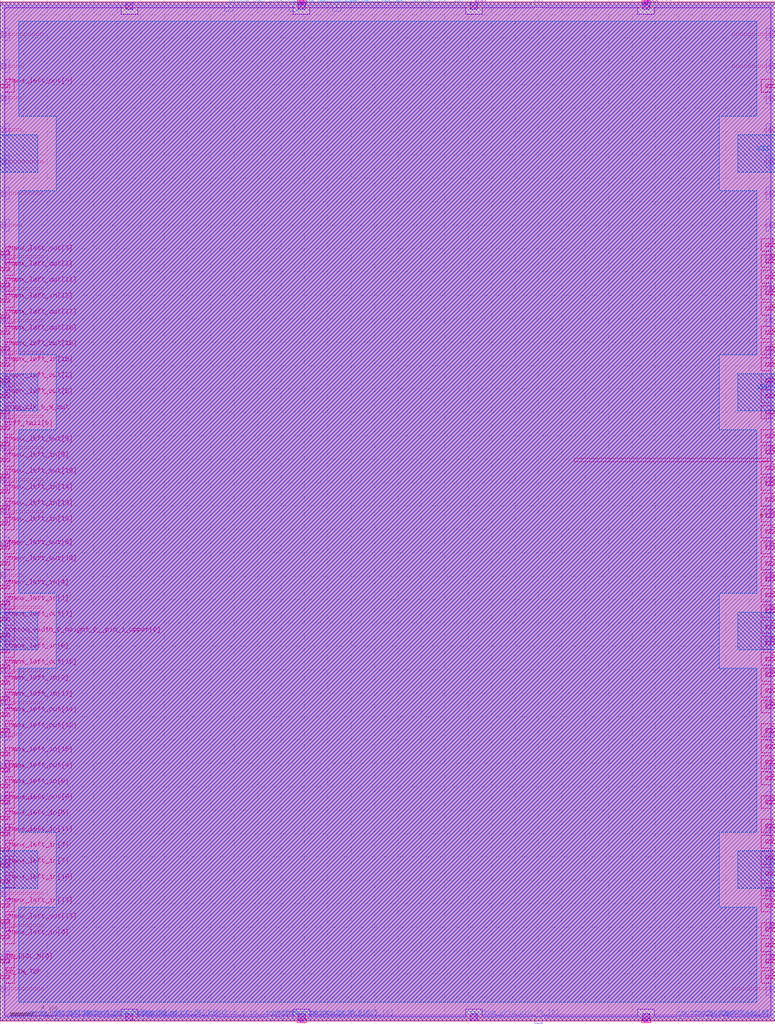
<source format=lef>
VERSION 5.7 ;
BUSBITCHARS "[]" ;

UNITS
  DATABASE MICRONS 1000 ;
END UNITS

MANUFACTURINGGRID 0.005 ;

LAYER li1
  TYPE ROUTING ;
  DIRECTION VERTICAL ;
  PITCH 0.46 ;
  WIDTH 0.17 ;
END li1

LAYER mcon
  TYPE CUT ;
END mcon

LAYER met1
  TYPE ROUTING ;
  DIRECTION HORIZONTAL ;
  PITCH 0.34 ;
  WIDTH 0.14 ;
END met1

LAYER via
  TYPE CUT ;
END via

LAYER met2
  TYPE ROUTING ;
  DIRECTION VERTICAL ;
  PITCH 0.46 ;
  WIDTH 0.14 ;
END met2

LAYER via2
  TYPE CUT ;
END via2

LAYER met3
  TYPE ROUTING ;
  DIRECTION HORIZONTAL ;
  PITCH 0.68 ;
  WIDTH 0.3 ;
END met3

LAYER via3
  TYPE CUT ;
END via3

LAYER met4
  TYPE ROUTING ;
  DIRECTION VERTICAL ;
  PITCH 0.92 ;
  WIDTH 0.3 ;
END met4

LAYER via4
  TYPE CUT ;
END via4

LAYER met5
  TYPE ROUTING ;
  DIRECTION HORIZONTAL ;
  PITCH 3.4 ;
  WIDTH 1.6 ;
END met5

LAYER nwell
  TYPE MASTERSLICE ;
END nwell

LAYER pwell
  TYPE MASTERSLICE ;
END pwell

LAYER OVERLAP
  TYPE OVERLAP ;
END OVERLAP

VIA L1M1_PR
  LAYER li1 ;
    RECT -0.085 -0.085 0.085 0.085 ;
  LAYER mcon ;
    RECT -0.085 -0.085 0.085 0.085 ;
  LAYER met1 ;
    RECT -0.145 -0.115 0.145 0.115 ;
END L1M1_PR

VIA L1M1_PR_R
  LAYER li1 ;
    RECT -0.085 -0.085 0.085 0.085 ;
  LAYER mcon ;
    RECT -0.085 -0.085 0.085 0.085 ;
  LAYER met1 ;
    RECT -0.115 -0.145 0.115 0.145 ;
END L1M1_PR_R

VIA L1M1_PR_M
  LAYER li1 ;
    RECT -0.085 -0.085 0.085 0.085 ;
  LAYER mcon ;
    RECT -0.085 -0.085 0.085 0.085 ;
  LAYER met1 ;
    RECT -0.115 -0.145 0.115 0.145 ;
END L1M1_PR_M

VIA L1M1_PR_MR
  LAYER li1 ;
    RECT -0.085 -0.085 0.085 0.085 ;
  LAYER mcon ;
    RECT -0.085 -0.085 0.085 0.085 ;
  LAYER met1 ;
    RECT -0.145 -0.115 0.145 0.115 ;
END L1M1_PR_MR

VIA L1M1_PR_C
  LAYER li1 ;
    RECT -0.085 -0.085 0.085 0.085 ;
  LAYER mcon ;
    RECT -0.085 -0.085 0.085 0.085 ;
  LAYER met1 ;
    RECT -0.145 -0.145 0.145 0.145 ;
END L1M1_PR_C

VIA M1M2_PR
  LAYER met1 ;
    RECT -0.16 -0.13 0.16 0.13 ;
  LAYER via ;
    RECT -0.075 -0.075 0.075 0.075 ;
  LAYER met2 ;
    RECT -0.13 -0.16 0.13 0.16 ;
END M1M2_PR

VIA M1M2_PR_Enc
  LAYER met1 ;
    RECT -0.16 -0.13 0.16 0.13 ;
  LAYER via ;
    RECT -0.075 -0.075 0.075 0.075 ;
  LAYER met2 ;
    RECT -0.16 -0.13 0.16 0.13 ;
END M1M2_PR_Enc

VIA M1M2_PR_R
  LAYER met1 ;
    RECT -0.13 -0.16 0.13 0.16 ;
  LAYER via ;
    RECT -0.075 -0.075 0.075 0.075 ;
  LAYER met2 ;
    RECT -0.16 -0.13 0.16 0.13 ;
END M1M2_PR_R

VIA M1M2_PR_R_Enc
  LAYER met1 ;
    RECT -0.13 -0.16 0.13 0.16 ;
  LAYER via ;
    RECT -0.075 -0.075 0.075 0.075 ;
  LAYER met2 ;
    RECT -0.13 -0.16 0.13 0.16 ;
END M1M2_PR_R_Enc

VIA M1M2_PR_M
  LAYER met1 ;
    RECT -0.16 -0.13 0.16 0.13 ;
  LAYER via ;
    RECT -0.075 -0.075 0.075 0.075 ;
  LAYER met2 ;
    RECT -0.16 -0.13 0.16 0.13 ;
END M1M2_PR_M

VIA M1M2_PR_M_Enc
  LAYER met1 ;
    RECT -0.16 -0.13 0.16 0.13 ;
  LAYER via ;
    RECT -0.075 -0.075 0.075 0.075 ;
  LAYER met2 ;
    RECT -0.13 -0.16 0.13 0.16 ;
END M1M2_PR_M_Enc

VIA M1M2_PR_MR
  LAYER met1 ;
    RECT -0.13 -0.16 0.13 0.16 ;
  LAYER via ;
    RECT -0.075 -0.075 0.075 0.075 ;
  LAYER met2 ;
    RECT -0.13 -0.16 0.13 0.16 ;
END M1M2_PR_MR

VIA M1M2_PR_MR_Enc
  LAYER met1 ;
    RECT -0.13 -0.16 0.13 0.16 ;
  LAYER via ;
    RECT -0.075 -0.075 0.075 0.075 ;
  LAYER met2 ;
    RECT -0.16 -0.13 0.16 0.13 ;
END M1M2_PR_MR_Enc

VIA M1M2_PR_C
  LAYER met1 ;
    RECT -0.16 -0.16 0.16 0.16 ;
  LAYER via ;
    RECT -0.075 -0.075 0.075 0.075 ;
  LAYER met2 ;
    RECT -0.16 -0.16 0.16 0.16 ;
END M1M2_PR_C

VIA M2M3_PR
  LAYER met2 ;
    RECT -0.14 -0.185 0.14 0.185 ;
  LAYER via2 ;
    RECT -0.1 -0.1 0.1 0.1 ;
  LAYER met3 ;
    RECT -0.165 -0.165 0.165 0.165 ;
END M2M3_PR

VIA M2M3_PR_R
  LAYER met2 ;
    RECT -0.185 -0.14 0.185 0.14 ;
  LAYER via2 ;
    RECT -0.1 -0.1 0.1 0.1 ;
  LAYER met3 ;
    RECT -0.165 -0.165 0.165 0.165 ;
END M2M3_PR_R

VIA M2M3_PR_M
  LAYER met2 ;
    RECT -0.14 -0.185 0.14 0.185 ;
  LAYER via2 ;
    RECT -0.1 -0.1 0.1 0.1 ;
  LAYER met3 ;
    RECT -0.165 -0.165 0.165 0.165 ;
END M2M3_PR_M

VIA M2M3_PR_MR
  LAYER met2 ;
    RECT -0.185 -0.14 0.185 0.14 ;
  LAYER via2 ;
    RECT -0.1 -0.1 0.1 0.1 ;
  LAYER met3 ;
    RECT -0.165 -0.165 0.165 0.165 ;
END M2M3_PR_MR

VIA M2M3_PR_C
  LAYER met2 ;
    RECT -0.185 -0.185 0.185 0.185 ;
  LAYER via2 ;
    RECT -0.1 -0.1 0.1 0.1 ;
  LAYER met3 ;
    RECT -0.165 -0.165 0.165 0.165 ;
END M2M3_PR_C

VIA M3M4_PR
  LAYER met3 ;
    RECT -0.19 -0.16 0.19 0.16 ;
  LAYER via3 ;
    RECT -0.1 -0.1 0.1 0.1 ;
  LAYER met4 ;
    RECT -0.165 -0.165 0.165 0.165 ;
END M3M4_PR

VIA M3M4_PR_R
  LAYER met3 ;
    RECT -0.16 -0.19 0.16 0.19 ;
  LAYER via3 ;
    RECT -0.1 -0.1 0.1 0.1 ;
  LAYER met4 ;
    RECT -0.165 -0.165 0.165 0.165 ;
END M3M4_PR_R

VIA M3M4_PR_M
  LAYER met3 ;
    RECT -0.19 -0.16 0.19 0.16 ;
  LAYER via3 ;
    RECT -0.1 -0.1 0.1 0.1 ;
  LAYER met4 ;
    RECT -0.165 -0.165 0.165 0.165 ;
END M3M4_PR_M

VIA M3M4_PR_MR
  LAYER met3 ;
    RECT -0.16 -0.19 0.16 0.19 ;
  LAYER via3 ;
    RECT -0.1 -0.1 0.1 0.1 ;
  LAYER met4 ;
    RECT -0.165 -0.165 0.165 0.165 ;
END M3M4_PR_MR

VIA M3M4_PR_C
  LAYER met3 ;
    RECT -0.19 -0.19 0.19 0.19 ;
  LAYER via3 ;
    RECT -0.1 -0.1 0.1 0.1 ;
  LAYER met4 ;
    RECT -0.165 -0.165 0.165 0.165 ;
END M3M4_PR_C

VIA M4M5_PR
  LAYER met4 ;
    RECT -0.59 -0.59 0.59 0.59 ;
  LAYER via4 ;
    RECT -0.4 -0.4 0.4 0.4 ;
  LAYER met5 ;
    RECT -0.71 -0.71 0.71 0.71 ;
END M4M5_PR

VIA M4M5_PR_R
  LAYER met4 ;
    RECT -0.59 -0.59 0.59 0.59 ;
  LAYER via4 ;
    RECT -0.4 -0.4 0.4 0.4 ;
  LAYER met5 ;
    RECT -0.71 -0.71 0.71 0.71 ;
END M4M5_PR_R

VIA M4M5_PR_M
  LAYER met4 ;
    RECT -0.59 -0.59 0.59 0.59 ;
  LAYER via4 ;
    RECT -0.4 -0.4 0.4 0.4 ;
  LAYER met5 ;
    RECT -0.71 -0.71 0.71 0.71 ;
END M4M5_PR_M

VIA M4M5_PR_MR
  LAYER met4 ;
    RECT -0.59 -0.59 0.59 0.59 ;
  LAYER via4 ;
    RECT -0.4 -0.4 0.4 0.4 ;
  LAYER met5 ;
    RECT -0.71 -0.71 0.71 0.71 ;
END M4M5_PR_MR

VIA M4M5_PR_C
  LAYER met4 ;
    RECT -0.59 -0.59 0.59 0.59 ;
  LAYER via4 ;
    RECT -0.4 -0.4 0.4 0.4 ;
  LAYER met5 ;
    RECT -0.71 -0.71 0.71 0.71 ;
END M4M5_PR_C

SITE unit
  CLASS CORE ;
  SYMMETRY Y ;
  SIZE 0.46 BY 2.72 ;
END unit

SITE unithddbl
  CLASS CORE ;
  SIZE 0.46 BY 5.44 ;
END unithddbl

MACRO cbx_1__2_
  CLASS BLOCK ;
  ORIGIN 0 0 ;
  SIZE 66.24 BY 87.04 ;
  SYMMETRY X Y ;
  PIN chanx_left_in[0]
    DIRECTION INPUT ;
    USE SIGNAL ;
    PORT
      LAYER met3 ;
        RECT 0 6.99 0.8 7.29 ;
    END
  END chanx_left_in[0]
  PIN chanx_left_in[1]
    DIRECTION INPUT ;
    USE SIGNAL ;
    PORT
      LAYER met3 ;
        RECT 0 35.55 0.8 35.85 ;
    END
  END chanx_left_in[1]
  PIN chanx_left_in[2]
    DIRECTION INPUT ;
    USE SIGNAL ;
    PORT
      LAYER met3 ;
        RECT 0 28.75 0.8 29.05 ;
    END
  END chanx_left_in[2]
  PIN chanx_left_in[3]
    DIRECTION INPUT ;
    USE SIGNAL ;
    PORT
      LAYER met3 ;
        RECT 0 14.47 0.8 14.77 ;
    END
  END chanx_left_in[3]
  PIN chanx_left_in[4]
    DIRECTION INPUT ;
    USE SIGNAL ;
    PORT
      LAYER met3 ;
        RECT 0 36.91 0.8 37.21 ;
    END
  END chanx_left_in[4]
  PIN chanx_left_in[5]
    DIRECTION INPUT ;
    USE SIGNAL ;
    PORT
      LAYER met3 ;
        RECT 0 17.19 0.8 17.49 ;
    END
  END chanx_left_in[5]
  PIN chanx_left_in[6]
    DIRECTION INPUT ;
    USE SIGNAL ;
    PORT
      LAYER met3 ;
        RECT 0 47.79 0.8 48.09 ;
    END
  END chanx_left_in[6]
  PIN chanx_left_in[7]
    DIRECTION INPUT ;
    USE SIGNAL ;
    PORT
      LAYER met3 ;
        RECT 0 13.11 0.8 13.41 ;
    END
  END chanx_left_in[7]
  PIN chanx_left_in[8]
    DIRECTION INPUT ;
    USE SIGNAL ;
    PORT
      LAYER met3 ;
        RECT 0 31.47 0.8 31.77 ;
    END
  END chanx_left_in[8]
  PIN chanx_left_in[9]
    DIRECTION INPUT ;
    USE SIGNAL ;
    PORT
      LAYER met3 ;
        RECT 0 19.91 0.8 20.21 ;
    END
  END chanx_left_in[9]
  PIN chanx_left_in[10]
    DIRECTION INPUT ;
    USE SIGNAL ;
    PORT
      LAYER met3 ;
        RECT 0 42.35 0.8 42.65 ;
    END
  END chanx_left_in[10]
  PIN chanx_left_in[11]
    DIRECTION INPUT ;
    USE SIGNAL ;
    PORT
      LAYER met3 ;
        RECT 0 15.83 0.8 16.13 ;
    END
  END chanx_left_in[11]
  PIN chanx_left_in[12]
    DIRECTION INPUT ;
    USE SIGNAL ;
    PORT
      LAYER met3 ;
        RECT 0 61.39 0.8 61.69 ;
    END
  END chanx_left_in[12]
  PIN chanx_left_in[13]
    DIRECTION INPUT ;
    USE SIGNAL ;
    PORT
      LAYER met3 ;
        RECT 0 9.71 0.8 10.01 ;
    END
  END chanx_left_in[13]
  PIN chanx_left_in[14]
    DIRECTION INPUT ;
    USE SIGNAL ;
    PORT
      LAYER met3 ;
        RECT 0 45.07 0.8 45.37 ;
    END
  END chanx_left_in[14]
  PIN chanx_left_in[15]
    DIRECTION INPUT ;
    USE SIGNAL ;
    PORT
      LAYER met3 ;
        RECT 0 22.63 0.8 22.93 ;
    END
  END chanx_left_in[15]
  PIN chanx_left_in[16]
    DIRECTION INPUT ;
    USE SIGNAL ;
    PORT
      LAYER met3 ;
        RECT 0 55.95 0.8 56.25 ;
    END
  END chanx_left_in[16]
  PIN chanx_left_in[17]
    DIRECTION INPUT ;
    USE SIGNAL ;
    PORT
      LAYER met3 ;
        RECT 0 27.39 0.8 27.69 ;
    END
  END chanx_left_in[17]
  PIN chanx_left_in[18]
    DIRECTION INPUT ;
    USE SIGNAL ;
    PORT
      LAYER met3 ;
        RECT 0 43.71 0.8 44.01 ;
    END
  END chanx_left_in[18]
  PIN chanx_left_in[19]
    DIRECTION INPUT ;
    USE SIGNAL ;
    PORT
      LAYER met3 ;
        RECT 0 11.75 0.8 12.05 ;
    END
  END chanx_left_in[19]
  PIN chanx_right_in[0]
    DIRECTION INPUT ;
    USE SIGNAL ;
    PORT
      LAYER met3 ;
        RECT 65.44 62.07 66.24 62.37 ;
    END
  END chanx_right_in[0]
  PIN chanx_right_in[1]
    DIRECTION INPUT ;
    USE SIGNAL ;
    PORT
      LAYER met3 ;
        RECT 65.44 60.71 66.24 61.01 ;
    END
  END chanx_right_in[1]
  PIN chanx_right_in[2]
    DIRECTION INPUT ;
    USE SIGNAL ;
    PORT
      LAYER met3 ;
        RECT 65.44 79.75 66.24 80.05 ;
    END
  END chanx_right_in[2]
  PIN chanx_right_in[3]
    DIRECTION INPUT ;
    USE SIGNAL ;
    PORT
      LAYER met3 ;
        RECT 65.44 58.67 66.24 58.97 ;
    END
  END chanx_right_in[3]
  PIN chanx_right_in[4]
    DIRECTION INPUT ;
    USE SIGNAL ;
    PORT
      LAYER met3 ;
        RECT 65.44 30.79 66.24 31.09 ;
    END
  END chanx_right_in[4]
  PIN chanx_right_in[5]
    DIRECTION INPUT ;
    USE SIGNAL ;
    PORT
      LAYER met3 ;
        RECT 65.44 18.55 66.24 18.85 ;
    END
  END chanx_right_in[5]
  PIN chanx_right_in[6]
    DIRECTION INPUT ;
    USE SIGNAL ;
    PORT
      LAYER met3 ;
        RECT 65.44 40.31 66.24 40.61 ;
    END
  END chanx_right_in[6]
  PIN chanx_right_in[7]
    DIRECTION INPUT ;
    USE SIGNAL ;
    PORT
      LAYER met3 ;
        RECT 65.44 15.15 66.24 15.45 ;
    END
  END chanx_right_in[7]
  PIN chanx_right_in[8]
    DIRECTION INPUT ;
    USE SIGNAL ;
    PORT
      LAYER met3 ;
        RECT 65.44 20.59 66.24 20.89 ;
    END
  END chanx_right_in[8]
  PIN chanx_right_in[9]
    DIRECTION INPUT ;
    USE SIGNAL ;
    PORT
      LAYER met3 ;
        RECT 65.44 23.31 66.24 23.61 ;
    END
  END chanx_right_in[9]
  PIN chanx_right_in[10]
    DIRECTION INPUT ;
    USE SIGNAL ;
    PORT
      LAYER met3 ;
        RECT 65.44 33.51 66.24 33.81 ;
    END
  END chanx_right_in[10]
  PIN chanx_right_in[11]
    DIRECTION INPUT ;
    USE SIGNAL ;
    PORT
      LAYER met3 ;
        RECT 65.44 11.07 66.24 11.37 ;
    END
  END chanx_right_in[11]
  PIN chanx_right_in[12]
    DIRECTION INPUT ;
    USE SIGNAL ;
    PORT
      LAYER met3 ;
        RECT 65.44 28.07 66.24 28.37 ;
    END
  END chanx_right_in[12]
  PIN chanx_right_in[13]
    DIRECTION INPUT ;
    USE SIGNAL ;
    PORT
      LAYER met3 ;
        RECT 65.44 4.95 66.24 5.25 ;
    END
  END chanx_right_in[13]
  PIN chanx_right_in[14]
    DIRECTION INPUT ;
    USE SIGNAL ;
    PORT
      LAYER met3 ;
        RECT 65.44 43.03 66.24 43.33 ;
    END
  END chanx_right_in[14]
  PIN chanx_right_in[15]
    DIRECTION INPUT ;
    USE SIGNAL ;
    PORT
      LAYER met3 ;
        RECT 65.44 13.79 66.24 14.09 ;
    END
  END chanx_right_in[15]
  PIN chanx_right_in[16]
    DIRECTION INPUT ;
    USE SIGNAL ;
    PORT
      LAYER met3 ;
        RECT 65.44 6.31 66.24 6.61 ;
    END
  END chanx_right_in[16]
  PIN chanx_right_in[17]
    DIRECTION INPUT ;
    USE SIGNAL ;
    PORT
      LAYER met3 ;
        RECT 65.44 7.67 66.24 7.97 ;
    END
  END chanx_right_in[17]
  PIN chanx_right_in[18]
    DIRECTION INPUT ;
    USE SIGNAL ;
    PORT
      LAYER met3 ;
        RECT 65.44 51.87 66.24 52.17 ;
    END
  END chanx_right_in[18]
  PIN chanx_right_in[19]
    DIRECTION INPUT ;
    USE SIGNAL ;
    PORT
      LAYER met3 ;
        RECT 65.44 24.67 66.24 24.97 ;
    END
  END chanx_right_in[19]
  PIN ccff_head[0]
    DIRECTION INPUT ;
    USE SIGNAL ;
    PORT
      LAYER met3 ;
        RECT 65.44 32.15 66.24 32.45 ;
    END
  END ccff_head[0]
  PIN chanx_left_out[0]
    DIRECTION OUTPUT ;
    USE SIGNAL ;
    PORT
      LAYER met3 ;
        RECT 0 79.75 0.8 80.05 ;
    END
  END chanx_left_out[0]
  PIN chanx_left_out[1]
    DIRECTION OUTPUT ;
    USE SIGNAL ;
    PORT
      LAYER met3 ;
        RECT 0 64.11 0.8 64.41 ;
    END
  END chanx_left_out[1]
  PIN chanx_left_out[2]
    DIRECTION OUTPUT ;
    USE SIGNAL ;
    PORT
      LAYER met3 ;
        RECT 0 54.59 0.8 54.89 ;
    END
  END chanx_left_out[2]
  PIN chanx_left_out[3]
    DIRECTION OUTPUT ;
    USE SIGNAL ;
    PORT
      LAYER met3 ;
        RECT 0 65.47 0.8 65.77 ;
    END
  END chanx_left_out[3]
  PIN chanx_left_out[4]
    DIRECTION OUTPUT ;
    USE SIGNAL ;
    PORT
      LAYER met3 ;
        RECT 0 21.27 0.8 21.57 ;
    END
  END chanx_left_out[4]
  PIN chanx_left_out[5]
    DIRECTION OUTPUT ;
    USE SIGNAL ;
    PORT
      LAYER met3 ;
        RECT 0 49.15 0.8 49.45 ;
    END
  END chanx_left_out[5]
  PIN chanx_left_out[6]
    DIRECTION OUTPUT ;
    USE SIGNAL ;
    PORT
      LAYER met3 ;
        RECT 0 40.31 0.8 40.61 ;
    END
  END chanx_left_out[6]
  PIN chanx_left_out[7]
    DIRECTION OUTPUT ;
    USE SIGNAL ;
    PORT
      LAYER met3 ;
        RECT 0 34.19 0.8 34.49 ;
    END
  END chanx_left_out[7]
  PIN chanx_left_out[8]
    DIRECTION OUTPUT ;
    USE SIGNAL ;
    PORT
      LAYER met3 ;
        RECT 0 53.23 0.8 53.53 ;
    END
  END chanx_left_out[8]
  PIN chanx_left_out[9]
    DIRECTION OUTPUT ;
    USE SIGNAL ;
    PORT
      LAYER met3 ;
        RECT 0 18.55 0.8 18.85 ;
    END
  END chanx_left_out[9]
  PIN chanx_left_out[10]
    DIRECTION OUTPUT ;
    USE SIGNAL ;
    PORT
      LAYER met3 ;
        RECT 0 58.67 0.8 58.97 ;
    END
  END chanx_left_out[10]
  PIN chanx_left_out[11]
    DIRECTION OUTPUT ;
    USE SIGNAL ;
    PORT
      LAYER met3 ;
        RECT 0 62.75 0.8 63.05 ;
    END
  END chanx_left_out[11]
  PIN chanx_left_out[12]
    DIRECTION OUTPUT ;
    USE SIGNAL ;
    PORT
      LAYER met3 ;
        RECT 0 24.67 0.8 24.97 ;
    END
  END chanx_left_out[12]
  PIN chanx_left_out[13]
    DIRECTION OUTPUT ;
    USE SIGNAL ;
    PORT
      LAYER met3 ;
        RECT 0 8.35 0.8 8.65 ;
    END
  END chanx_left_out[13]
  PIN chanx_left_out[14]
    DIRECTION OUTPUT ;
    USE SIGNAL ;
    PORT
      LAYER met3 ;
        RECT 0 26.03 0.8 26.33 ;
    END
  END chanx_left_out[14]
  PIN chanx_left_out[15]
    DIRECTION OUTPUT ;
    USE SIGNAL ;
    PORT
      LAYER met3 ;
        RECT 0 30.11 0.8 30.41 ;
    END
  END chanx_left_out[15]
  PIN chanx_left_out[16]
    DIRECTION OUTPUT ;
    USE SIGNAL ;
    PORT
      LAYER met3 ;
        RECT 0 46.43 0.8 46.73 ;
    END
  END chanx_left_out[16]
  PIN chanx_left_out[17]
    DIRECTION OUTPUT ;
    USE SIGNAL ;
    PORT
      LAYER met3 ;
        RECT 0 60.03 0.8 60.33 ;
    END
  END chanx_left_out[17]
  PIN chanx_left_out[18]
    DIRECTION OUTPUT ;
    USE SIGNAL ;
    PORT
      LAYER met3 ;
        RECT 0 38.95 0.8 39.25 ;
    END
  END chanx_left_out[18]
  PIN chanx_left_out[19]
    DIRECTION OUTPUT ;
    USE SIGNAL ;
    PORT
      LAYER met3 ;
        RECT 0 57.31 0.8 57.61 ;
    END
  END chanx_left_out[19]
  PIN chanx_right_out[0]
    DIRECTION OUTPUT ;
    USE SIGNAL ;
    PORT
      LAYER met3 ;
        RECT 65.44 55.95 66.24 56.25 ;
    END
  END chanx_right_out[0]
  PIN chanx_right_out[1]
    DIRECTION OUTPUT ;
    USE SIGNAL ;
    PORT
      LAYER met3 ;
        RECT 65.44 41.67 66.24 41.97 ;
    END
  END chanx_right_out[1]
  PIN chanx_right_out[2]
    DIRECTION OUTPUT ;
    USE SIGNAL ;
    PORT
      LAYER met3 ;
        RECT 65.44 49.83 66.24 50.13 ;
    END
  END chanx_right_out[2]
  PIN chanx_right_out[3]
    DIRECTION OUTPUT ;
    USE SIGNAL ;
    PORT
      LAYER met3 ;
        RECT 65.44 34.87 66.24 35.17 ;
    END
  END chanx_right_out[3]
  PIN chanx_right_out[4]
    DIRECTION OUTPUT ;
    USE SIGNAL ;
    PORT
      LAYER met3 ;
        RECT 65.44 37.59 66.24 37.89 ;
    END
  END chanx_right_out[4]
  PIN chanx_right_out[5]
    DIRECTION OUTPUT ;
    USE SIGNAL ;
    PORT
      LAYER met3 ;
        RECT 65.44 45.75 66.24 46.05 ;
    END
  END chanx_right_out[5]
  PIN chanx_right_out[6]
    DIRECTION OUTPUT ;
    USE SIGNAL ;
    PORT
      LAYER met3 ;
        RECT 65.44 57.31 66.24 57.61 ;
    END
  END chanx_right_out[6]
  PIN chanx_right_out[7]
    DIRECTION OUTPUT ;
    USE SIGNAL ;
    PORT
      LAYER met3 ;
        RECT 65.44 54.59 66.24 54.89 ;
    END
  END chanx_right_out[7]
  PIN chanx_right_out[8]
    DIRECTION OUTPUT ;
    USE SIGNAL ;
    PORT
      LAYER met3 ;
        RECT 65.44 38.95 66.24 39.25 ;
    END
  END chanx_right_out[8]
  PIN chanx_right_out[9]
    DIRECTION OUTPUT ;
    USE SIGNAL ;
    PORT
      LAYER met3 ;
        RECT 65.44 48.47 66.24 48.77 ;
    END
  END chanx_right_out[9]
  PIN chanx_right_out[10]
    DIRECTION OUTPUT ;
    USE SIGNAL ;
    PORT
      LAYER met3 ;
        RECT 65.44 53.23 66.24 53.53 ;
    END
  END chanx_right_out[10]
  PIN chanx_right_out[11]
    DIRECTION OUTPUT ;
    USE SIGNAL ;
    PORT
      LAYER met3 ;
        RECT 65.44 36.23 66.24 36.53 ;
    END
  END chanx_right_out[11]
  PIN chanx_right_out[12]
    DIRECTION OUTPUT ;
    USE SIGNAL ;
    PORT
      LAYER met3 ;
        RECT 65.44 44.39 66.24 44.69 ;
    END
  END chanx_right_out[12]
  PIN chanx_right_out[13]
    DIRECTION OUTPUT ;
    USE SIGNAL ;
    PORT
      LAYER met3 ;
        RECT 65.44 12.43 66.24 12.73 ;
    END
  END chanx_right_out[13]
  PIN chanx_right_out[14]
    DIRECTION OUTPUT ;
    USE SIGNAL ;
    PORT
      LAYER met3 ;
        RECT 65.44 47.11 66.24 47.41 ;
    END
  END chanx_right_out[14]
  PIN chanx_right_out[15]
    DIRECTION OUTPUT ;
    USE SIGNAL ;
    PORT
      LAYER met3 ;
        RECT 65.44 29.43 66.24 29.73 ;
    END
  END chanx_right_out[15]
  PIN chanx_right_out[16]
    DIRECTION OUTPUT ;
    USE SIGNAL ;
    PORT
      LAYER met3 ;
        RECT 65.44 26.71 66.24 27.01 ;
    END
  END chanx_right_out[16]
  PIN chanx_right_out[17]
    DIRECTION OUTPUT ;
    USE SIGNAL ;
    PORT
      LAYER met3 ;
        RECT 65.44 16.51 66.24 16.81 ;
    END
  END chanx_right_out[17]
  PIN chanx_right_out[18]
    DIRECTION OUTPUT ;
    USE SIGNAL ;
    PORT
      LAYER met3 ;
        RECT 65.44 63.43 66.24 63.73 ;
    END
  END chanx_right_out[18]
  PIN chanx_right_out[19]
    DIRECTION OUTPUT ;
    USE SIGNAL ;
    PORT
      LAYER met3 ;
        RECT 65.44 21.95 66.24 22.25 ;
    END
  END chanx_right_out[19]
  PIN top_grid_pin_0_[0]
    DIRECTION OUTPUT ;
    USE SIGNAL ;
    PORT
      LAYER met3 ;
        RECT 65.44 66.15 66.24 66.45 ;
    END
  END top_grid_pin_0_[0]
  PIN bottom_grid_pin_0_[0]
    DIRECTION OUTPUT ;
    USE SIGNAL ;
    PORT
      LAYER met2 ;
        RECT 18.1 0 18.24 0.485 ;
    END
  END bottom_grid_pin_0_[0]
  PIN bottom_grid_pin_1_[0]
    DIRECTION OUTPUT ;
    USE SIGNAL ;
    PORT
      LAYER met2 ;
        RECT 12.12 0 12.26 0.485 ;
    END
  END bottom_grid_pin_1_[0]
  PIN bottom_grid_pin_2_[0]
    DIRECTION OUTPUT ;
    USE SIGNAL ;
    PORT
      LAYER met2 ;
        RECT 11.2 0 11.34 0.485 ;
    END
  END bottom_grid_pin_2_[0]
  PIN bottom_grid_pin_3_[0]
    DIRECTION OUTPUT ;
    USE SIGNAL ;
    PORT
      LAYER met2 ;
        RECT 5.68 0 5.82 0.485 ;
    END
  END bottom_grid_pin_3_[0]
  PIN bottom_grid_pin_4_[0]
    DIRECTION OUTPUT ;
    USE SIGNAL ;
    PORT
      LAYER met2 ;
        RECT 7.06 0 7.2 0.485 ;
    END
  END bottom_grid_pin_4_[0]
  PIN bottom_grid_pin_5_[0]
    DIRECTION OUTPUT ;
    USE SIGNAL ;
    PORT
      LAYER met2 ;
        RECT 7.98 0 8.12 0.485 ;
    END
  END bottom_grid_pin_5_[0]
  PIN bottom_grid_pin_6_[0]
    DIRECTION OUTPUT ;
    USE SIGNAL ;
    PORT
      LAYER met2 ;
        RECT 3.38 0 3.52 0.485 ;
    END
  END bottom_grid_pin_6_[0]
  PIN bottom_grid_pin_7_[0]
    DIRECTION OUTPUT ;
    USE SIGNAL ;
    PORT
      LAYER met2 ;
        RECT 10.28 0 10.42 0.485 ;
    END
  END bottom_grid_pin_7_[0]
  PIN bottom_grid_pin_8_[0]
    DIRECTION OUTPUT ;
    USE SIGNAL ;
    PORT
      LAYER met2 ;
        RECT 25 0 25.14 0.485 ;
    END
  END bottom_grid_pin_8_[0]
  PIN bottom_grid_pin_9_[0]
    DIRECTION OUTPUT ;
    USE SIGNAL ;
    PORT
      LAYER met2 ;
        RECT 26.38 0 26.52 0.485 ;
    END
  END bottom_grid_pin_9_[0]
  PIN bottom_grid_pin_10_[0]
    DIRECTION OUTPUT ;
    USE SIGNAL ;
    PORT
      LAYER met2 ;
        RECT 24.08 0 24.22 0.485 ;
    END
  END bottom_grid_pin_10_[0]
  PIN bottom_grid_pin_11_[0]
    DIRECTION OUTPUT ;
    USE SIGNAL ;
    PORT
      LAYER met2 ;
        RECT 23.16 0 23.3 0.485 ;
    END
  END bottom_grid_pin_11_[0]
  PIN bottom_grid_pin_12_[0]
    DIRECTION OUTPUT ;
    USE SIGNAL ;
    PORT
      LAYER met2 ;
        RECT 59.5 0 59.64 0.485 ;
    END
  END bottom_grid_pin_12_[0]
  PIN bottom_grid_pin_13_[0]
    DIRECTION OUTPUT ;
    USE SIGNAL ;
    PORT
      LAYER met2 ;
        RECT 61.8 0 61.94 0.485 ;
    END
  END bottom_grid_pin_13_[0]
  PIN bottom_grid_pin_14_[0]
    DIRECTION OUTPUT ;
    USE SIGNAL ;
    PORT
      LAYER met2 ;
        RECT 58.12 0 58.26 0.485 ;
    END
  END bottom_grid_pin_14_[0]
  PIN bottom_grid_pin_15_[0]
    DIRECTION OUTPUT ;
    USE SIGNAL ;
    PORT
      LAYER met2 ;
        RECT 40.18 0 40.32 0.485 ;
    END
  END bottom_grid_pin_15_[0]
  PIN ccff_tail[0]
    DIRECTION OUTPUT ;
    USE SIGNAL ;
    PORT
      LAYER met3 ;
        RECT 0 50.51 0.8 50.81 ;
    END
  END ccff_tail[0]
  PIN IO_ISOL_N[0]
    DIRECTION INPUT ;
    USE SIGNAL ;
    PORT
      LAYER met3 ;
        RECT 0 4.95 0.8 5.25 ;
    END
  END IO_ISOL_N[0]
  PIN gfpga_pad_EMBEDDED_IO_HD_SOC_IN[0]
    DIRECTION INPUT ;
    USE SIGNAL ;
    PORT
      LAYER met2 ;
        RECT 28.68 86.555 28.82 87.04 ;
    END
  END gfpga_pad_EMBEDDED_IO_HD_SOC_IN[0]
  PIN gfpga_pad_EMBEDDED_IO_HD_SOC_OUT[0]
    DIRECTION OUTPUT ;
    USE SIGNAL ;
    PORT
      LAYER met2 ;
        RECT 25 86.555 25.14 87.04 ;
    END
  END gfpga_pad_EMBEDDED_IO_HD_SOC_OUT[0]
  PIN gfpga_pad_EMBEDDED_IO_HD_SOC_DIR[0]
    DIRECTION OUTPUT ;
    USE SIGNAL ;
    PORT
      LAYER met2 ;
        RECT 19.48 86.555 19.62 87.04 ;
    END
  END gfpga_pad_EMBEDDED_IO_HD_SOC_DIR[0]
  PIN bottom_width_0_height_0__pin_0_[0]
    DIRECTION INPUT ;
    USE SIGNAL ;
    PORT
      LAYER met3 ;
        RECT 65.44 64.79 66.24 65.09 ;
    END
  END bottom_width_0_height_0__pin_0_[0]
  PIN bottom_width_0_height_0__pin_1_upper[0]
    DIRECTION OUTPUT ;
    USE SIGNAL ;
    PORT
      LAYER met3 ;
        RECT 0 32.83 0.8 33.13 ;
    END
  END bottom_width_0_height_0__pin_1_upper[0]
  PIN bottom_width_0_height_0__pin_1_lower[0]
    DIRECTION OUTPUT ;
    USE SIGNAL ;
    PORT
      LAYER met3 ;
        RECT 65.44 9.71 66.24 10.01 ;
    END
  END bottom_width_0_height_0__pin_1_lower[0]
  PIN SC_IN_TOP
    DIRECTION INPUT ;
    USE SIGNAL ;
    PORT
      LAYER met3 ;
        RECT 0 3.59 0.8 3.89 ;
    END
  END SC_IN_TOP
  PIN SC_OUT_BOT
    DIRECTION OUTPUT ;
    USE SIGNAL ;
    PORT
      LAYER met2 ;
        RECT 4.76 0 4.9 0.485 ;
    END
  END SC_OUT_BOT
  PIN SC_IN_BOT
    DIRECTION INPUT ;
    USE SIGNAL ;
    PORT
      LAYER met2 ;
        RECT 60.42 0 60.56 0.485 ;
    END
  END SC_IN_BOT
  PIN SC_OUT_TOP
    DIRECTION OUTPUT ;
    USE SIGNAL ;
    PORT
      LAYER met3 ;
        RECT 65.44 3.59 66.24 3.89 ;
    END
  END SC_OUT_TOP
  PIN prog_clk_0_S_in
    DIRECTION INPUT ;
    USE CLOCK ;
    PORT
      LAYER met2 ;
        RECT 2.46 0 2.6 0.485 ;
    END
  END prog_clk_0_S_in
  PIN prog_clk_0_W_out
    DIRECTION OUTPUT ;
    USE CLOCK ;
    PORT
      LAYER met3 ;
        RECT 0 51.87 0.8 52.17 ;
    END
  END prog_clk_0_W_out
  PIN VDD
    DIRECTION INPUT ;
    USE POWER ;
    PORT
      LAYER met1 ;
        RECT 0 2.48 0.48 2.96 ;
        RECT 65.76 2.48 66.24 2.96 ;
        RECT 0 7.92 0.48 8.4 ;
        RECT 65.76 7.92 66.24 8.4 ;
        RECT 0 13.36 0.48 13.84 ;
        RECT 65.76 13.36 66.24 13.84 ;
        RECT 0 18.8 0.48 19.28 ;
        RECT 65.76 18.8 66.24 19.28 ;
        RECT 0 24.24 0.48 24.72 ;
        RECT 65.76 24.24 66.24 24.72 ;
        RECT 0 29.68 0.48 30.16 ;
        RECT 65.76 29.68 66.24 30.16 ;
        RECT 0 35.12 0.48 35.6 ;
        RECT 65.76 35.12 66.24 35.6 ;
        RECT 0 40.56 0.48 41.04 ;
        RECT 65.76 40.56 66.24 41.04 ;
        RECT 0 46 0.48 46.48 ;
        RECT 65.76 46 66.24 46.48 ;
        RECT 0 51.44 0.48 51.92 ;
        RECT 65.76 51.44 66.24 51.92 ;
        RECT 0 56.88 0.48 57.36 ;
        RECT 65.76 56.88 66.24 57.36 ;
        RECT 0 62.32 0.48 62.8 ;
        RECT 65.76 62.32 66.24 62.8 ;
        RECT 0 67.76 0.48 68.24 ;
        RECT 65.76 67.76 66.24 68.24 ;
        RECT 0 73.2 0.48 73.68 ;
        RECT 65.76 73.2 66.24 73.68 ;
        RECT 0 78.64 0.48 79.12 ;
        RECT 65.76 78.64 66.24 79.12 ;
        RECT 0 84.08 0.48 84.56 ;
        RECT 65.76 84.08 66.24 84.56 ;
      LAYER met5 ;
        RECT 0 11.32 3.2 14.52 ;
        RECT 63.04 11.32 66.24 14.52 ;
        RECT 0 52.12 3.2 55.32 ;
        RECT 63.04 52.12 66.24 55.32 ;
      LAYER met4 ;
        RECT 10.74 0 11.34 0.6 ;
        RECT 40.18 0 40.78 0.6 ;
        RECT 10.74 86.44 11.34 87.04 ;
        RECT 40.18 86.44 40.78 87.04 ;
    END
  END VDD
  PIN VSS
    DIRECTION INPUT ;
    USE GROUND ;
    PORT
      LAYER met1 ;
        RECT 0 0 45.4 0.24 ;
        RECT 46.6 0 66.24 0.24 ;
        RECT 0 5.2 0.48 5.68 ;
        RECT 65.76 5.2 66.24 5.68 ;
        RECT 0 10.64 0.48 11.12 ;
        RECT 65.76 10.64 66.24 11.12 ;
        RECT 0 16.08 0.48 16.56 ;
        RECT 65.76 16.08 66.24 16.56 ;
        RECT 0 21.52 0.48 22 ;
        RECT 65.76 21.52 66.24 22 ;
        RECT 0 26.96 0.48 27.44 ;
        RECT 65.76 26.96 66.24 27.44 ;
        RECT 0 32.4 0.48 32.88 ;
        RECT 65.76 32.4 66.24 32.88 ;
        RECT 0 37.84 0.48 38.32 ;
        RECT 65.76 37.84 66.24 38.32 ;
        RECT 0 43.28 0.48 43.76 ;
        RECT 65.76 43.28 66.24 43.76 ;
        RECT 0 48.72 0.48 49.2 ;
        RECT 65.76 48.72 66.24 49.2 ;
        RECT 0 54.16 0.48 54.64 ;
        RECT 65.76 54.16 66.24 54.64 ;
        RECT 0 59.6 0.48 60.08 ;
        RECT 65.76 59.6 66.24 60.08 ;
        RECT 0 65.04 0.48 65.52 ;
        RECT 65.76 65.04 66.24 65.52 ;
        RECT 0 70.48 0.48 70.96 ;
        RECT 65.76 70.48 66.24 70.96 ;
        RECT 0 75.92 0.48 76.4 ;
        RECT 65.76 75.92 66.24 76.4 ;
        RECT 0 81.36 0.48 81.84 ;
        RECT 65.76 81.36 66.24 81.84 ;
        RECT 0 86.8 45.4 87.04 ;
        RECT 46.6 86.8 66.24 87.04 ;
      LAYER met5 ;
        RECT 0 31.72 3.2 34.92 ;
        RECT 63.04 31.72 66.24 34.92 ;
        RECT 0 72.52 3.2 75.72 ;
        RECT 63.04 72.52 66.24 75.72 ;
      LAYER met4 ;
        RECT 25.46 0 26.06 0.6 ;
        RECT 54.9 0 55.5 0.6 ;
        RECT 25.46 86.44 26.06 87.04 ;
        RECT 54.9 86.44 55.5 87.04 ;
    END
  END VSS
  OBS
    LAYER met3 ;
      POLYGON 55.365 87.205 55.365 87.2 55.58 87.2 55.58 86.88 55.365 86.88 55.365 86.875 55.035 86.875 55.035 86.88 54.82 86.88 54.82 87.2 55.035 87.2 55.035 87.205 ;
      POLYGON 25.925 87.205 25.925 87.2 26.14 87.2 26.14 86.88 25.925 86.88 25.925 86.875 25.595 86.875 25.595 86.88 25.38 86.88 25.38 87.2 25.595 87.2 25.595 87.205 ;
      POLYGON 65.04 48.09 65.04 48.07 65.59 48.07 65.59 47.79 49.07 47.79 49.07 48.09 ;
      POLYGON 55.365 0.165 55.365 0.16 55.58 0.16 55.58 -0.16 55.365 -0.16 55.365 -0.165 55.035 -0.165 55.035 -0.16 54.82 -0.16 54.82 0.16 55.035 0.16 55.035 0.165 ;
      POLYGON 25.925 0.165 25.925 0.16 26.14 0.16 26.14 -0.16 25.925 -0.16 25.925 -0.165 25.595 -0.165 25.595 -0.16 25.38 -0.16 25.38 0.16 25.595 0.16 25.595 0.165 ;
      POLYGON 65.84 86.64 65.84 80.45 65.04 80.45 65.04 79.35 65.84 79.35 65.84 66.85 65.04 66.85 65.04 65.75 65.84 65.75 65.84 65.49 65.04 65.49 65.04 64.39 65.84 64.39 65.84 64.13 65.04 64.13 65.04 63.03 65.84 63.03 65.84 62.77 65.04 62.77 65.04 61.67 65.84 61.67 65.84 61.41 65.04 61.41 65.04 60.31 65.84 60.31 65.84 59.37 65.04 59.37 65.04 58.27 65.84 58.27 65.84 58.01 65.04 58.01 65.04 56.91 65.84 56.91 65.84 56.65 65.04 56.65 65.04 55.55 65.84 55.55 65.84 55.29 65.04 55.29 65.04 54.19 65.84 54.19 65.84 53.93 65.04 53.93 65.04 52.83 65.84 52.83 65.84 52.57 65.04 52.57 65.04 51.47 65.84 51.47 65.84 50.53 65.04 50.53 65.04 49.43 65.84 49.43 65.84 49.17 65.04 49.17 65.04 48.07 65.84 48.07 65.84 47.81 65.04 47.81 65.04 46.71 65.84 46.71 65.84 46.45 65.04 46.45 65.04 45.35 65.84 45.35 65.84 45.09 65.04 45.09 65.04 43.99 65.84 43.99 65.84 43.73 65.04 43.73 65.04 42.63 65.84 42.63 65.84 42.37 65.04 42.37 65.04 41.27 65.84 41.27 65.84 41.01 65.04 41.01 65.04 39.91 65.84 39.91 65.84 39.65 65.04 39.65 65.04 38.55 65.84 38.55 65.84 38.29 65.04 38.29 65.04 37.19 65.84 37.19 65.84 36.93 65.04 36.93 65.04 35.83 65.84 35.83 65.84 35.57 65.04 35.57 65.04 34.47 65.84 34.47 65.84 34.21 65.04 34.21 65.04 33.11 65.84 33.11 65.84 32.85 65.04 32.85 65.04 31.75 65.84 31.75 65.84 31.49 65.04 31.49 65.04 30.39 65.84 30.39 65.84 30.13 65.04 30.13 65.04 29.03 65.84 29.03 65.84 28.77 65.04 28.77 65.04 27.67 65.84 27.67 65.84 27.41 65.04 27.41 65.04 26.31 65.84 26.31 65.84 25.37 65.04 25.37 65.04 24.27 65.84 24.27 65.84 24.01 65.04 24.01 65.04 22.91 65.84 22.91 65.84 22.65 65.04 22.65 65.04 21.55 65.84 21.55 65.84 21.29 65.04 21.29 65.04 20.19 65.84 20.19 65.84 19.25 65.04 19.25 65.04 18.15 65.84 18.15 65.84 17.21 65.04 17.21 65.04 16.11 65.84 16.11 65.84 15.85 65.04 15.85 65.04 14.75 65.84 14.75 65.84 14.49 65.04 14.49 65.04 13.39 65.84 13.39 65.84 13.13 65.04 13.13 65.04 12.03 65.84 12.03 65.84 11.77 65.04 11.77 65.04 10.67 65.84 10.67 65.84 10.41 65.04 10.41 65.04 9.31 65.84 9.31 65.84 8.37 65.04 8.37 65.04 7.27 65.84 7.27 65.84 7.01 65.04 7.01 65.04 5.91 65.84 5.91 65.84 5.65 65.04 5.65 65.04 4.55 65.84 4.55 65.84 4.29 65.04 4.29 65.04 3.19 65.84 3.19 65.84 0.4 0.4 0.4 0.4 3.19 1.2 3.19 1.2 4.29 0.4 4.29 0.4 4.55 1.2 4.55 1.2 5.65 0.4 5.65 0.4 6.59 1.2 6.59 1.2 7.69 0.4 7.69 0.4 7.95 1.2 7.95 1.2 9.05 0.4 9.05 0.4 9.31 1.2 9.31 1.2 10.41 0.4 10.41 0.4 11.35 1.2 11.35 1.2 12.45 0.4 12.45 0.4 12.71 1.2 12.71 1.2 13.81 0.4 13.81 0.4 14.07 1.2 14.07 1.2 15.17 0.4 15.17 0.4 15.43 1.2 15.43 1.2 16.53 0.4 16.53 0.4 16.79 1.2 16.79 1.2 17.89 0.4 17.89 0.4 18.15 1.2 18.15 1.2 19.25 0.4 19.25 0.4 19.51 1.2 19.51 1.2 20.61 0.4 20.61 0.4 20.87 1.2 20.87 1.2 21.97 0.4 21.97 0.4 22.23 1.2 22.23 1.2 23.33 0.4 23.33 0.4 24.27 1.2 24.27 1.2 25.37 0.4 25.37 0.4 25.63 1.2 25.63 1.2 26.73 0.4 26.73 0.4 26.99 1.2 26.99 1.2 28.09 0.4 28.09 0.4 28.35 1.2 28.35 1.2 29.45 0.4 29.45 0.4 29.71 1.2 29.71 1.2 30.81 0.4 30.81 0.4 31.07 1.2 31.07 1.2 32.17 0.4 32.17 0.4 32.43 1.2 32.43 1.2 33.53 0.4 33.53 0.4 33.79 1.2 33.79 1.2 34.89 0.4 34.89 0.4 35.15 1.2 35.15 1.2 36.25 0.4 36.25 0.4 36.51 1.2 36.51 1.2 37.61 0.4 37.61 0.4 38.55 1.2 38.55 1.2 39.65 0.4 39.65 0.4 39.91 1.2 39.91 1.2 41.01 0.4 41.01 0.4 41.95 1.2 41.95 1.2 43.05 0.4 43.05 0.4 43.31 1.2 43.31 1.2 44.41 0.4 44.41 0.4 44.67 1.2 44.67 1.2 45.77 0.4 45.77 0.4 46.03 1.2 46.03 1.2 47.13 0.4 47.13 0.4 47.39 1.2 47.39 1.2 48.49 0.4 48.49 0.4 48.75 1.2 48.75 1.2 49.85 0.4 49.85 0.4 50.11 1.2 50.11 1.2 51.21 0.4 51.21 0.4 51.47 1.2 51.47 1.2 52.57 0.4 52.57 0.4 52.83 1.2 52.83 1.2 53.93 0.4 53.93 0.4 54.19 1.2 54.19 1.2 55.29 0.4 55.29 0.4 55.55 1.2 55.55 1.2 56.65 0.4 56.65 0.4 56.91 1.2 56.91 1.2 58.01 0.4 58.01 0.4 58.27 1.2 58.27 1.2 59.37 0.4 59.37 0.4 59.63 1.2 59.63 1.2 60.73 0.4 60.73 0.4 60.99 1.2 60.99 1.2 62.09 0.4 62.09 0.4 62.35 1.2 62.35 1.2 63.45 0.4 63.45 0.4 63.71 1.2 63.71 1.2 64.81 0.4 64.81 0.4 65.07 1.2 65.07 1.2 66.17 0.4 66.17 0.4 79.35 1.2 79.35 1.2 80.45 0.4 80.45 0.4 86.64 ;
    LAYER met2 ;
      RECT 55.06 86.855 55.34 87.225 ;
      RECT 25.62 86.855 25.9 87.225 ;
      RECT 55.06 -0.185 55.34 0.185 ;
      RECT 25.62 -0.185 25.9 0.185 ;
      POLYGON 65.96 86.76 65.96 0.28 62.22 0.28 62.22 0.765 61.52 0.765 61.52 0.28 60.84 0.28 60.84 0.765 60.14 0.765 60.14 0.28 59.92 0.28 59.92 0.765 59.22 0.765 59.22 0.28 58.54 0.28 58.54 0.765 57.84 0.765 57.84 0.28 40.6 0.28 40.6 0.765 39.9 0.765 39.9 0.28 26.8 0.28 26.8 0.765 26.1 0.765 26.1 0.28 25.42 0.28 25.42 0.765 24.72 0.765 24.72 0.28 24.5 0.28 24.5 0.765 23.8 0.765 23.8 0.28 23.58 0.28 23.58 0.765 22.88 0.765 22.88 0.28 18.52 0.28 18.52 0.765 17.82 0.765 17.82 0.28 12.54 0.28 12.54 0.765 11.84 0.765 11.84 0.28 11.62 0.28 11.62 0.765 10.92 0.765 10.92 0.28 10.7 0.28 10.7 0.765 10 0.765 10 0.28 8.4 0.28 8.4 0.765 7.7 0.765 7.7 0.28 7.48 0.28 7.48 0.765 6.78 0.765 6.78 0.28 6.1 0.28 6.1 0.765 5.4 0.765 5.4 0.28 5.18 0.28 5.18 0.765 4.48 0.765 4.48 0.28 3.8 0.28 3.8 0.765 3.1 0.765 3.1 0.28 2.88 0.28 2.88 0.765 2.18 0.765 2.18 0.28 0.28 0.28 0.28 86.76 19.2 86.76 19.2 86.275 19.9 86.275 19.9 86.76 24.72 86.76 24.72 86.275 25.42 86.275 25.42 86.76 28.4 86.76 28.4 86.275 29.1 86.275 29.1 86.76 ;
    LAYER met4 ;
      POLYGON 65.84 86.64 65.84 0.4 55.9 0.4 55.9 1 54.5 1 54.5 0.4 41.18 0.4 41.18 1 39.78 1 39.78 0.4 26.46 0.4 26.46 1 25.06 1 25.06 0.4 11.74 0.4 11.74 1 10.34 1 10.34 0.4 0.4 0.4 0.4 86.64 10.34 86.64 10.34 86.04 11.74 86.04 11.74 86.64 25.06 86.64 25.06 86.04 26.46 86.04 26.46 86.64 39.78 86.64 39.78 86.04 41.18 86.04 41.18 86.64 54.5 86.64 54.5 86.04 55.9 86.04 55.9 86.64 ;
    LAYER met5 ;
      POLYGON 64.64 85.44 64.64 77.32 61.44 77.32 61.44 70.92 64.64 70.92 64.64 56.92 61.44 56.92 61.44 50.52 64.64 50.52 64.64 36.52 61.44 36.52 61.44 30.12 64.64 30.12 64.64 16.12 61.44 16.12 61.44 9.72 64.64 9.72 64.64 1.6 1.6 1.6 1.6 9.72 4.8 9.72 4.8 16.12 1.6 16.12 1.6 30.12 4.8 30.12 4.8 36.52 1.6 36.52 1.6 50.52 4.8 50.52 4.8 56.92 1.6 56.92 1.6 70.92 4.8 70.92 4.8 77.32 1.6 77.32 1.6 85.44 ;
    LAYER met1 ;
      RECT 45.68 86.8 46.32 87.28 ;
      RECT 45.68 -0.24 46.32 0.24 ;
      POLYGON 46.32 86.76 46.32 86.52 65.96 86.52 65.96 84.84 65.48 84.84 65.48 83.8 65.96 83.8 65.96 82.12 65.48 82.12 65.48 81.08 65.96 81.08 65.96 79.4 65.48 79.4 65.48 78.36 65.96 78.36 65.96 76.68 65.48 76.68 65.48 75.64 65.96 75.64 65.96 73.96 65.48 73.96 65.48 72.92 65.96 72.92 65.96 71.24 65.48 71.24 65.48 70.2 65.96 70.2 65.96 68.52 65.48 68.52 65.48 67.48 65.96 67.48 65.96 65.8 65.48 65.8 65.48 64.76 65.96 64.76 65.96 63.08 65.48 63.08 65.48 62.04 65.96 62.04 65.96 60.36 65.48 60.36 65.48 59.32 65.96 59.32 65.96 57.64 65.48 57.64 65.48 56.6 65.96 56.6 65.96 54.92 65.48 54.92 65.48 53.88 65.96 53.88 65.96 52.2 65.48 52.2 65.48 51.16 65.96 51.16 65.96 49.48 65.48 49.48 65.48 48.44 65.96 48.44 65.96 46.76 65.48 46.76 65.48 45.72 65.96 45.72 65.96 44.04 65.48 44.04 65.48 43 65.96 43 65.96 41.32 65.48 41.32 65.48 40.28 65.96 40.28 65.96 38.6 65.48 38.6 65.48 37.56 65.96 37.56 65.96 35.88 65.48 35.88 65.48 34.84 65.96 34.84 65.96 33.16 65.48 33.16 65.48 32.12 65.96 32.12 65.96 30.44 65.48 30.44 65.48 29.4 65.96 29.4 65.96 27.72 65.48 27.72 65.48 26.68 65.96 26.68 65.96 25 65.48 25 65.48 23.96 65.96 23.96 65.96 22.28 65.48 22.28 65.48 21.24 65.96 21.24 65.96 19.56 65.48 19.56 65.48 18.52 65.96 18.52 65.96 16.84 65.48 16.84 65.48 15.8 65.96 15.8 65.96 14.12 65.48 14.12 65.48 13.08 65.96 13.08 65.96 11.4 65.48 11.4 65.48 10.36 65.96 10.36 65.96 8.68 65.48 8.68 65.48 7.64 65.96 7.64 65.96 5.96 65.48 5.96 65.48 4.92 65.96 4.92 65.96 3.24 65.48 3.24 65.48 2.2 65.96 2.2 65.96 0.52 46.32 0.52 46.32 0.28 45.68 0.28 45.68 0.52 0.28 0.52 0.28 2.2 0.76 2.2 0.76 3.24 0.28 3.24 0.28 4.92 0.76 4.92 0.76 5.96 0.28 5.96 0.28 7.64 0.76 7.64 0.76 8.68 0.28 8.68 0.28 10.36 0.76 10.36 0.76 11.4 0.28 11.4 0.28 13.08 0.76 13.08 0.76 14.12 0.28 14.12 0.28 15.8 0.76 15.8 0.76 16.84 0.28 16.84 0.28 18.52 0.76 18.52 0.76 19.56 0.28 19.56 0.28 21.24 0.76 21.24 0.76 22.28 0.28 22.28 0.28 23.96 0.76 23.96 0.76 25 0.28 25 0.28 26.68 0.76 26.68 0.76 27.72 0.28 27.72 0.28 29.4 0.76 29.4 0.76 30.44 0.28 30.44 0.28 32.12 0.76 32.12 0.76 33.16 0.28 33.16 0.28 34.84 0.76 34.84 0.76 35.88 0.28 35.88 0.28 37.56 0.76 37.56 0.76 38.6 0.28 38.6 0.28 40.28 0.76 40.28 0.76 41.32 0.28 41.32 0.28 43 0.76 43 0.76 44.04 0.28 44.04 0.28 45.72 0.76 45.72 0.76 46.76 0.28 46.76 0.28 48.44 0.76 48.44 0.76 49.48 0.28 49.48 0.28 51.16 0.76 51.16 0.76 52.2 0.28 52.2 0.28 53.88 0.76 53.88 0.76 54.92 0.28 54.92 0.28 56.6 0.76 56.6 0.76 57.64 0.28 57.64 0.28 59.32 0.76 59.32 0.76 60.36 0.28 60.36 0.28 62.04 0.76 62.04 0.76 63.08 0.28 63.08 0.28 64.76 0.76 64.76 0.76 65.8 0.28 65.8 0.28 67.48 0.76 67.48 0.76 68.52 0.28 68.52 0.28 70.2 0.76 70.2 0.76 71.24 0.28 71.24 0.28 72.92 0.76 72.92 0.76 73.96 0.28 73.96 0.28 75.64 0.76 75.64 0.76 76.68 0.28 76.68 0.28 78.36 0.76 78.36 0.76 79.4 0.28 79.4 0.28 81.08 0.76 81.08 0.76 82.12 0.28 82.12 0.28 83.8 0.76 83.8 0.76 84.84 0.28 84.84 0.28 86.52 45.68 86.52 45.68 86.76 ;
    LAYER li1 ;
      RECT 0 86.955 66.24 87.125 ;
      RECT 62.56 84.235 66.24 84.405 ;
      RECT 0 84.235 3.68 84.405 ;
      RECT 62.56 81.515 66.24 81.685 ;
      RECT 0 81.515 1.84 81.685 ;
      RECT 65.32 78.795 66.24 78.965 ;
      RECT 0 78.795 1.84 78.965 ;
      RECT 65.32 76.075 66.24 76.245 ;
      RECT 0 76.075 1.84 76.245 ;
      RECT 65.32 73.355 66.24 73.525 ;
      RECT 0 73.355 3.68 73.525 ;
      RECT 65.32 70.635 66.24 70.805 ;
      RECT 0 70.635 3.68 70.805 ;
      RECT 65.32 67.915 66.24 68.085 ;
      RECT 0 67.915 1.84 68.085 ;
      RECT 65.32 65.195 66.24 65.365 ;
      RECT 0 65.195 3.68 65.365 ;
      RECT 65.32 62.475 66.24 62.645 ;
      RECT 0 62.475 3.68 62.645 ;
      RECT 65.32 59.755 66.24 59.925 ;
      RECT 0 59.755 3.68 59.925 ;
      RECT 65.32 57.035 66.24 57.205 ;
      RECT 0 57.035 3.68 57.205 ;
      RECT 65.32 54.315 66.24 54.485 ;
      RECT 0 54.315 1.84 54.485 ;
      RECT 65.32 51.595 66.24 51.765 ;
      RECT 0 51.595 3.68 51.765 ;
      RECT 65.32 48.875 66.24 49.045 ;
      RECT 0 48.875 3.68 49.045 ;
      RECT 65.32 46.155 66.24 46.325 ;
      RECT 0 46.155 3.68 46.325 ;
      RECT 65.32 43.435 66.24 43.605 ;
      RECT 0 43.435 3.68 43.605 ;
      RECT 65.32 40.715 66.24 40.885 ;
      RECT 0 40.715 1.84 40.885 ;
      RECT 65.32 37.995 66.24 38.165 ;
      RECT 0 37.995 1.84 38.165 ;
      RECT 65.32 35.275 66.24 35.445 ;
      RECT 0 35.275 3.68 35.445 ;
      RECT 65.32 32.555 66.24 32.725 ;
      RECT 0 32.555 3.68 32.725 ;
      RECT 65.32 29.835 66.24 30.005 ;
      RECT 0 29.835 3.68 30.005 ;
      RECT 65.32 27.115 66.24 27.285 ;
      RECT 0 27.115 3.68 27.285 ;
      RECT 65.32 24.395 66.24 24.565 ;
      RECT 0 24.395 1.84 24.565 ;
      RECT 65.32 21.675 66.24 21.845 ;
      RECT 0 21.675 1.84 21.845 ;
      RECT 65.32 18.955 66.24 19.125 ;
      RECT 0 18.955 3.68 19.125 ;
      RECT 65.32 16.235 66.24 16.405 ;
      RECT 0 16.235 3.68 16.405 ;
      RECT 65.32 13.515 66.24 13.685 ;
      RECT 0 13.515 1.84 13.685 ;
      RECT 65.32 10.795 66.24 10.965 ;
      RECT 0 10.795 3.68 10.965 ;
      RECT 65.32 8.075 66.24 8.245 ;
      RECT 0 8.075 3.68 8.245 ;
      RECT 65.78 5.355 66.24 5.525 ;
      RECT 0 5.355 1.84 5.525 ;
      RECT 62.56 2.635 66.24 2.805 ;
      RECT 0 2.635 3.68 2.805 ;
      RECT 0 -0.085 66.24 0.085 ;
      RECT 0.17 0.17 66.07 86.87 ;
    LAYER via ;
      RECT 55.125 86.965 55.275 87.115 ;
      RECT 25.685 86.965 25.835 87.115 ;
      RECT 55.125 -0.075 55.275 0.075 ;
      RECT 25.685 -0.075 25.835 0.075 ;
    LAYER via2 ;
      RECT 55.1 86.94 55.3 87.14 ;
      RECT 25.66 86.94 25.86 87.14 ;
      RECT 64.99 43.08 65.19 43.28 ;
      RECT 55.1 -0.1 55.3 0.1 ;
      RECT 25.66 -0.1 25.86 0.1 ;
    LAYER via3 ;
      RECT 55.1 86.94 55.3 87.14 ;
      RECT 25.66 86.94 25.86 87.14 ;
      RECT 55.1 -0.1 55.3 0.1 ;
      RECT 25.66 -0.1 25.86 0.1 ;
    LAYER OVERLAP ;
      POLYGON 0 0 0 87.04 66.24 87.04 66.24 0 ;
  END
END cbx_1__2_

END LIBRARY

</source>
